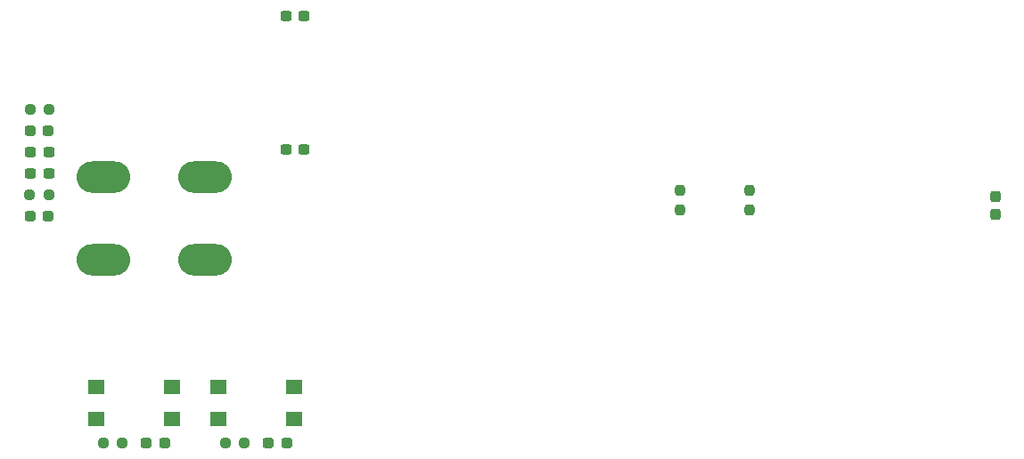
<source format=gtp>
G04 #@! TF.GenerationSoftware,KiCad,Pcbnew,7.0.5*
G04 #@! TF.CreationDate,2024-03-26T19:12:46-05:00*
G04 #@! TF.ProjectId,RotatingSignalStack_board,526f7461-7469-46e6-9753-69676e616c53,rev?*
G04 #@! TF.SameCoordinates,Original*
G04 #@! TF.FileFunction,Paste,Top*
G04 #@! TF.FilePolarity,Positive*
%FSLAX46Y46*%
G04 Gerber Fmt 4.6, Leading zero omitted, Abs format (unit mm)*
G04 Created by KiCad (PCBNEW 7.0.5) date 2024-03-26 19:12:46*
%MOMM*%
%LPD*%
G01*
G04 APERTURE LIST*
G04 Aperture macros list*
%AMRoundRect*
0 Rectangle with rounded corners*
0 $1 Rounding radius*
0 $2 $3 $4 $5 $6 $7 $8 $9 X,Y pos of 4 corners*
0 Add a 4 corners polygon primitive as box body*
4,1,4,$2,$3,$4,$5,$6,$7,$8,$9,$2,$3,0*
0 Add four circle primitives for the rounded corners*
1,1,$1+$1,$2,$3*
1,1,$1+$1,$4,$5*
1,1,$1+$1,$6,$7*
1,1,$1+$1,$8,$9*
0 Add four rect primitives between the rounded corners*
20,1,$1+$1,$2,$3,$4,$5,0*
20,1,$1+$1,$4,$5,$6,$7,0*
20,1,$1+$1,$6,$7,$8,$9,0*
20,1,$1+$1,$8,$9,$2,$3,0*%
G04 Aperture macros list end*
%ADD10RoundRect,0.237500X-0.237500X0.300000X-0.237500X-0.300000X0.237500X-0.300000X0.237500X0.300000X0*%
%ADD11RoundRect,0.237500X0.250000X0.237500X-0.250000X0.237500X-0.250000X-0.237500X0.250000X-0.237500X0*%
%ADD12O,5.100000X3.000000*%
%ADD13RoundRect,0.237500X0.237500X-0.250000X0.237500X0.250000X-0.237500X0.250000X-0.237500X-0.250000X0*%
%ADD14RoundRect,0.237500X0.287500X0.237500X-0.287500X0.237500X-0.287500X-0.237500X0.287500X-0.237500X0*%
%ADD15RoundRect,0.237500X0.300000X0.237500X-0.300000X0.237500X-0.300000X-0.237500X0.300000X-0.237500X0*%
%ADD16RoundRect,0.237500X-0.300000X-0.237500X0.300000X-0.237500X0.300000X0.237500X-0.300000X0.237500X0*%
%ADD17RoundRect,0.237500X-0.250000X-0.237500X0.250000X-0.237500X0.250000X0.237500X-0.250000X0.237500X0*%
%ADD18R,1.600000X1.400000*%
G04 APERTURE END LIST*
D10*
X224536000Y-97181500D03*
X224536000Y-98906500D03*
D11*
X134667000Y-88900000D03*
X132842000Y-88900000D03*
D12*
X139814300Y-103173500D03*
X139814300Y-95299500D03*
D13*
X201168000Y-98448500D03*
X201168000Y-96623500D03*
D14*
X157226000Y-120650000D03*
X155476000Y-120650000D03*
D13*
X194564000Y-98448500D03*
X194564000Y-96623500D03*
D14*
X132842000Y-99060000D03*
X134592000Y-99060000D03*
D12*
X149466300Y-103173500D03*
X149466300Y-95299500D03*
D15*
X132895000Y-92964000D03*
X134620000Y-92964000D03*
D14*
X134592000Y-90932000D03*
X132842000Y-90932000D03*
D16*
X157125500Y-80010000D03*
X158850500Y-80010000D03*
D17*
X139803500Y-120650000D03*
X141628500Y-120650000D03*
D15*
X132895000Y-94996000D03*
X134620000Y-94996000D03*
D18*
X139148000Y-115340000D03*
X146348000Y-115340000D03*
X139148000Y-118340000D03*
X146348000Y-118340000D03*
D17*
X134620000Y-97028000D03*
X132795000Y-97028000D03*
D14*
X145655000Y-120650000D03*
X143905000Y-120650000D03*
D18*
X150719000Y-115340000D03*
X157919000Y-115340000D03*
X150719000Y-118340000D03*
X157919000Y-118340000D03*
D17*
X151374500Y-120650000D03*
X153199500Y-120650000D03*
D16*
X157125500Y-92710000D03*
X158850500Y-92710000D03*
M02*

</source>
